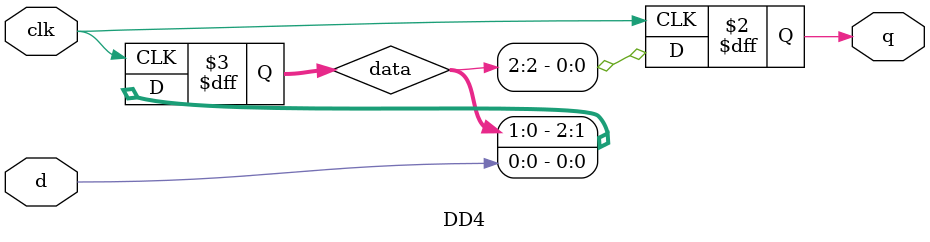
<source format=v>
`timescale 1ns / 1ps

//This is the fourth steps of the signal.
module DD4(d,clk,q

    );
    input d,clk;
    output reg q;
    reg [2:0] data;
    
    always@(posedge clk) begin
        data[0] <= d;
        data[1] <= data[0];
        data[2] <= data[1];
        q <= data[2];
    end
    
endmodule

</source>
